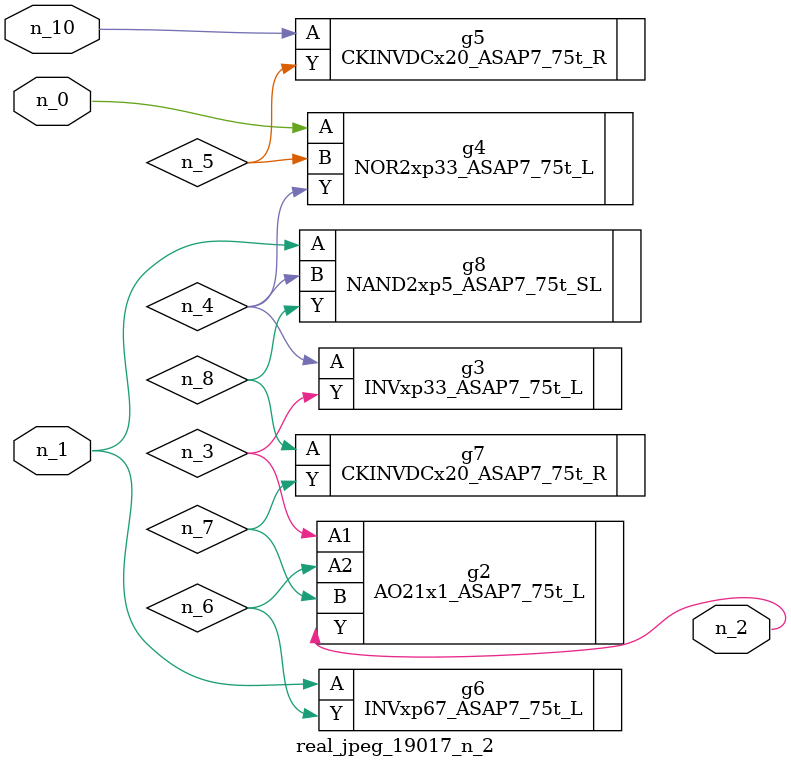
<source format=v>
module real_jpeg_19017_n_2 (n_1, n_10, n_0, n_2);

input n_1;
input n_10;
input n_0;

output n_2;

wire n_5;
wire n_4;
wire n_8;
wire n_6;
wire n_7;
wire n_3;

NOR2xp33_ASAP7_75t_L g4 ( 
.A(n_0),
.B(n_5),
.Y(n_4)
);

INVxp67_ASAP7_75t_L g6 ( 
.A(n_1),
.Y(n_6)
);

NAND2xp5_ASAP7_75t_SL g8 ( 
.A(n_1),
.B(n_4),
.Y(n_8)
);

AO21x1_ASAP7_75t_L g2 ( 
.A1(n_3),
.A2(n_6),
.B(n_7),
.Y(n_2)
);

INVxp33_ASAP7_75t_L g3 ( 
.A(n_4),
.Y(n_3)
);

CKINVDCx20_ASAP7_75t_R g7 ( 
.A(n_8),
.Y(n_7)
);

CKINVDCx20_ASAP7_75t_R g5 ( 
.A(n_10),
.Y(n_5)
);


endmodule
</source>
